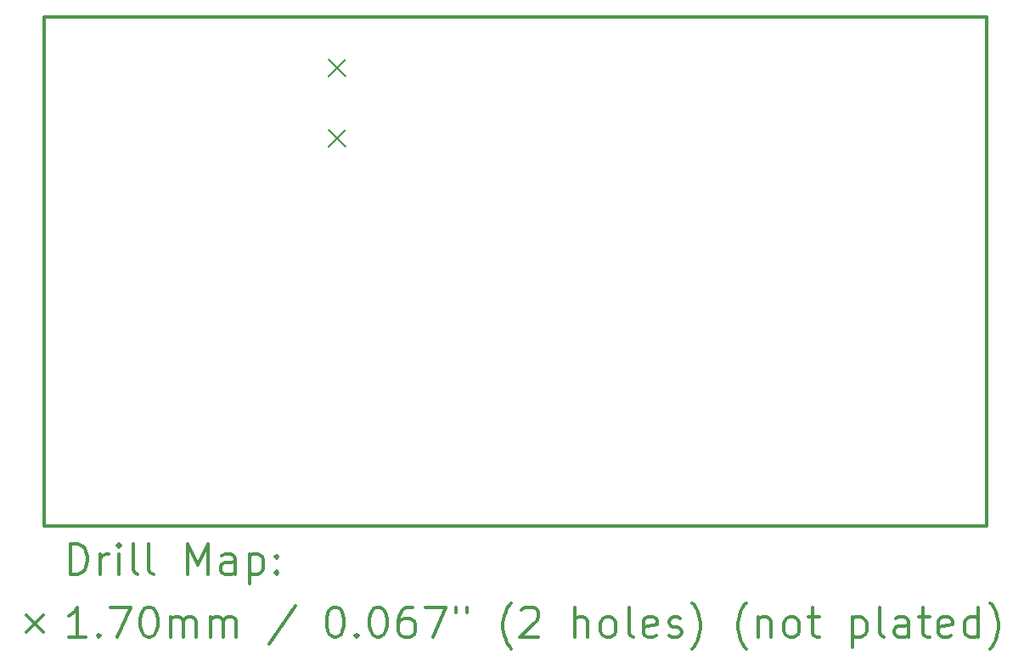
<source format=gbr>
%FSLAX45Y45*%
G04 Gerber Fmt 4.5, Leading zero omitted, Abs format (unit mm)*
G04 Created by KiCad (PCBNEW 4.0.5+dfsg1-4) date Thu May  4 12:42:08 2017*
%MOMM*%
%LPD*%
G01*
G04 APERTURE LIST*
%ADD10C,0.127000*%
%ADD11C,0.300000*%
%ADD12C,0.200000*%
G04 APERTURE END LIST*
D10*
D11*
X9410000Y-6142000D02*
X9410000Y-11222000D01*
X18808000Y-6142000D02*
X9410000Y-6142000D01*
X18808000Y-11222000D02*
X18808000Y-6142000D01*
X9410000Y-11222000D02*
X18808000Y-11222000D01*
D12*
X12246000Y-6569000D02*
X12416000Y-6739000D01*
X12416000Y-6569000D02*
X12246000Y-6739000D01*
X12246000Y-7269000D02*
X12416000Y-7439000D01*
X12416000Y-7269000D02*
X12246000Y-7439000D01*
D11*
X9666429Y-11702714D02*
X9666429Y-11402714D01*
X9737857Y-11402714D01*
X9780714Y-11417000D01*
X9809286Y-11445571D01*
X9823571Y-11474143D01*
X9837857Y-11531286D01*
X9837857Y-11574143D01*
X9823571Y-11631286D01*
X9809286Y-11659857D01*
X9780714Y-11688429D01*
X9737857Y-11702714D01*
X9666429Y-11702714D01*
X9966429Y-11702714D02*
X9966429Y-11502714D01*
X9966429Y-11559857D02*
X9980714Y-11531286D01*
X9995000Y-11517000D01*
X10023571Y-11502714D01*
X10052143Y-11502714D01*
X10152143Y-11702714D02*
X10152143Y-11502714D01*
X10152143Y-11402714D02*
X10137857Y-11417000D01*
X10152143Y-11431286D01*
X10166429Y-11417000D01*
X10152143Y-11402714D01*
X10152143Y-11431286D01*
X10337857Y-11702714D02*
X10309286Y-11688429D01*
X10295000Y-11659857D01*
X10295000Y-11402714D01*
X10495000Y-11702714D02*
X10466429Y-11688429D01*
X10452143Y-11659857D01*
X10452143Y-11402714D01*
X10837857Y-11702714D02*
X10837857Y-11402714D01*
X10937857Y-11617000D01*
X11037857Y-11402714D01*
X11037857Y-11702714D01*
X11309286Y-11702714D02*
X11309286Y-11545571D01*
X11295000Y-11517000D01*
X11266428Y-11502714D01*
X11209286Y-11502714D01*
X11180714Y-11517000D01*
X11309286Y-11688429D02*
X11280714Y-11702714D01*
X11209286Y-11702714D01*
X11180714Y-11688429D01*
X11166429Y-11659857D01*
X11166429Y-11631286D01*
X11180714Y-11602714D01*
X11209286Y-11588429D01*
X11280714Y-11588429D01*
X11309286Y-11574143D01*
X11452143Y-11502714D02*
X11452143Y-11802714D01*
X11452143Y-11517000D02*
X11480714Y-11502714D01*
X11537857Y-11502714D01*
X11566428Y-11517000D01*
X11580714Y-11531286D01*
X11595000Y-11559857D01*
X11595000Y-11645571D01*
X11580714Y-11674143D01*
X11566428Y-11688429D01*
X11537857Y-11702714D01*
X11480714Y-11702714D01*
X11452143Y-11688429D01*
X11723571Y-11674143D02*
X11737857Y-11688429D01*
X11723571Y-11702714D01*
X11709286Y-11688429D01*
X11723571Y-11674143D01*
X11723571Y-11702714D01*
X11723571Y-11517000D02*
X11737857Y-11531286D01*
X11723571Y-11545571D01*
X11709286Y-11531286D01*
X11723571Y-11517000D01*
X11723571Y-11545571D01*
X9225000Y-12112000D02*
X9395000Y-12282000D01*
X9395000Y-12112000D02*
X9225000Y-12282000D01*
X9823571Y-12332714D02*
X9652143Y-12332714D01*
X9737857Y-12332714D02*
X9737857Y-12032714D01*
X9709286Y-12075571D01*
X9680714Y-12104143D01*
X9652143Y-12118429D01*
X9952143Y-12304143D02*
X9966429Y-12318429D01*
X9952143Y-12332714D01*
X9937857Y-12318429D01*
X9952143Y-12304143D01*
X9952143Y-12332714D01*
X10066428Y-12032714D02*
X10266428Y-12032714D01*
X10137857Y-12332714D01*
X10437857Y-12032714D02*
X10466429Y-12032714D01*
X10495000Y-12047000D01*
X10509286Y-12061286D01*
X10523571Y-12089857D01*
X10537857Y-12147000D01*
X10537857Y-12218429D01*
X10523571Y-12275571D01*
X10509286Y-12304143D01*
X10495000Y-12318429D01*
X10466429Y-12332714D01*
X10437857Y-12332714D01*
X10409286Y-12318429D01*
X10395000Y-12304143D01*
X10380714Y-12275571D01*
X10366429Y-12218429D01*
X10366429Y-12147000D01*
X10380714Y-12089857D01*
X10395000Y-12061286D01*
X10409286Y-12047000D01*
X10437857Y-12032714D01*
X10666429Y-12332714D02*
X10666429Y-12132714D01*
X10666429Y-12161286D02*
X10680714Y-12147000D01*
X10709286Y-12132714D01*
X10752143Y-12132714D01*
X10780714Y-12147000D01*
X10795000Y-12175571D01*
X10795000Y-12332714D01*
X10795000Y-12175571D02*
X10809286Y-12147000D01*
X10837857Y-12132714D01*
X10880714Y-12132714D01*
X10909286Y-12147000D01*
X10923571Y-12175571D01*
X10923571Y-12332714D01*
X11066429Y-12332714D02*
X11066429Y-12132714D01*
X11066429Y-12161286D02*
X11080714Y-12147000D01*
X11109286Y-12132714D01*
X11152143Y-12132714D01*
X11180714Y-12147000D01*
X11195000Y-12175571D01*
X11195000Y-12332714D01*
X11195000Y-12175571D02*
X11209286Y-12147000D01*
X11237857Y-12132714D01*
X11280714Y-12132714D01*
X11309286Y-12147000D01*
X11323571Y-12175571D01*
X11323571Y-12332714D01*
X11909286Y-12018429D02*
X11652143Y-12404143D01*
X12295000Y-12032714D02*
X12323571Y-12032714D01*
X12352143Y-12047000D01*
X12366428Y-12061286D01*
X12380714Y-12089857D01*
X12395000Y-12147000D01*
X12395000Y-12218429D01*
X12380714Y-12275571D01*
X12366428Y-12304143D01*
X12352143Y-12318429D01*
X12323571Y-12332714D01*
X12295000Y-12332714D01*
X12266428Y-12318429D01*
X12252143Y-12304143D01*
X12237857Y-12275571D01*
X12223571Y-12218429D01*
X12223571Y-12147000D01*
X12237857Y-12089857D01*
X12252143Y-12061286D01*
X12266428Y-12047000D01*
X12295000Y-12032714D01*
X12523571Y-12304143D02*
X12537857Y-12318429D01*
X12523571Y-12332714D01*
X12509286Y-12318429D01*
X12523571Y-12304143D01*
X12523571Y-12332714D01*
X12723571Y-12032714D02*
X12752143Y-12032714D01*
X12780714Y-12047000D01*
X12795000Y-12061286D01*
X12809285Y-12089857D01*
X12823571Y-12147000D01*
X12823571Y-12218429D01*
X12809285Y-12275571D01*
X12795000Y-12304143D01*
X12780714Y-12318429D01*
X12752143Y-12332714D01*
X12723571Y-12332714D01*
X12695000Y-12318429D01*
X12680714Y-12304143D01*
X12666428Y-12275571D01*
X12652143Y-12218429D01*
X12652143Y-12147000D01*
X12666428Y-12089857D01*
X12680714Y-12061286D01*
X12695000Y-12047000D01*
X12723571Y-12032714D01*
X13080714Y-12032714D02*
X13023571Y-12032714D01*
X12995000Y-12047000D01*
X12980714Y-12061286D01*
X12952143Y-12104143D01*
X12937857Y-12161286D01*
X12937857Y-12275571D01*
X12952143Y-12304143D01*
X12966428Y-12318429D01*
X12995000Y-12332714D01*
X13052143Y-12332714D01*
X13080714Y-12318429D01*
X13095000Y-12304143D01*
X13109285Y-12275571D01*
X13109285Y-12204143D01*
X13095000Y-12175571D01*
X13080714Y-12161286D01*
X13052143Y-12147000D01*
X12995000Y-12147000D01*
X12966428Y-12161286D01*
X12952143Y-12175571D01*
X12937857Y-12204143D01*
X13209285Y-12032714D02*
X13409285Y-12032714D01*
X13280714Y-12332714D01*
X13509286Y-12032714D02*
X13509286Y-12089857D01*
X13623571Y-12032714D02*
X13623571Y-12089857D01*
X14066428Y-12447000D02*
X14052143Y-12432714D01*
X14023571Y-12389857D01*
X14009285Y-12361286D01*
X13995000Y-12318429D01*
X13980714Y-12247000D01*
X13980714Y-12189857D01*
X13995000Y-12118429D01*
X14009285Y-12075571D01*
X14023571Y-12047000D01*
X14052143Y-12004143D01*
X14066428Y-11989857D01*
X14166428Y-12061286D02*
X14180714Y-12047000D01*
X14209285Y-12032714D01*
X14280714Y-12032714D01*
X14309285Y-12047000D01*
X14323571Y-12061286D01*
X14337857Y-12089857D01*
X14337857Y-12118429D01*
X14323571Y-12161286D01*
X14152143Y-12332714D01*
X14337857Y-12332714D01*
X14695000Y-12332714D02*
X14695000Y-12032714D01*
X14823571Y-12332714D02*
X14823571Y-12175571D01*
X14809285Y-12147000D01*
X14780714Y-12132714D01*
X14737857Y-12132714D01*
X14709285Y-12147000D01*
X14695000Y-12161286D01*
X15009285Y-12332714D02*
X14980714Y-12318429D01*
X14966428Y-12304143D01*
X14952143Y-12275571D01*
X14952143Y-12189857D01*
X14966428Y-12161286D01*
X14980714Y-12147000D01*
X15009285Y-12132714D01*
X15052143Y-12132714D01*
X15080714Y-12147000D01*
X15095000Y-12161286D01*
X15109285Y-12189857D01*
X15109285Y-12275571D01*
X15095000Y-12304143D01*
X15080714Y-12318429D01*
X15052143Y-12332714D01*
X15009285Y-12332714D01*
X15280714Y-12332714D02*
X15252143Y-12318429D01*
X15237857Y-12289857D01*
X15237857Y-12032714D01*
X15509286Y-12318429D02*
X15480714Y-12332714D01*
X15423571Y-12332714D01*
X15395000Y-12318429D01*
X15380714Y-12289857D01*
X15380714Y-12175571D01*
X15395000Y-12147000D01*
X15423571Y-12132714D01*
X15480714Y-12132714D01*
X15509286Y-12147000D01*
X15523571Y-12175571D01*
X15523571Y-12204143D01*
X15380714Y-12232714D01*
X15637857Y-12318429D02*
X15666428Y-12332714D01*
X15723571Y-12332714D01*
X15752143Y-12318429D01*
X15766428Y-12289857D01*
X15766428Y-12275571D01*
X15752143Y-12247000D01*
X15723571Y-12232714D01*
X15680714Y-12232714D01*
X15652143Y-12218429D01*
X15637857Y-12189857D01*
X15637857Y-12175571D01*
X15652143Y-12147000D01*
X15680714Y-12132714D01*
X15723571Y-12132714D01*
X15752143Y-12147000D01*
X15866428Y-12447000D02*
X15880714Y-12432714D01*
X15909286Y-12389857D01*
X15923571Y-12361286D01*
X15937857Y-12318429D01*
X15952143Y-12247000D01*
X15952143Y-12189857D01*
X15937857Y-12118429D01*
X15923571Y-12075571D01*
X15909286Y-12047000D01*
X15880714Y-12004143D01*
X15866428Y-11989857D01*
X16409286Y-12447000D02*
X16395000Y-12432714D01*
X16366428Y-12389857D01*
X16352143Y-12361286D01*
X16337857Y-12318429D01*
X16323571Y-12247000D01*
X16323571Y-12189857D01*
X16337857Y-12118429D01*
X16352143Y-12075571D01*
X16366428Y-12047000D01*
X16395000Y-12004143D01*
X16409286Y-11989857D01*
X16523571Y-12132714D02*
X16523571Y-12332714D01*
X16523571Y-12161286D02*
X16537857Y-12147000D01*
X16566428Y-12132714D01*
X16609286Y-12132714D01*
X16637857Y-12147000D01*
X16652143Y-12175571D01*
X16652143Y-12332714D01*
X16837857Y-12332714D02*
X16809286Y-12318429D01*
X16795000Y-12304143D01*
X16780714Y-12275571D01*
X16780714Y-12189857D01*
X16795000Y-12161286D01*
X16809286Y-12147000D01*
X16837857Y-12132714D01*
X16880714Y-12132714D01*
X16909286Y-12147000D01*
X16923571Y-12161286D01*
X16937857Y-12189857D01*
X16937857Y-12275571D01*
X16923571Y-12304143D01*
X16909286Y-12318429D01*
X16880714Y-12332714D01*
X16837857Y-12332714D01*
X17023571Y-12132714D02*
X17137857Y-12132714D01*
X17066429Y-12032714D02*
X17066429Y-12289857D01*
X17080714Y-12318429D01*
X17109286Y-12332714D01*
X17137857Y-12332714D01*
X17466429Y-12132714D02*
X17466429Y-12432714D01*
X17466429Y-12147000D02*
X17495000Y-12132714D01*
X17552143Y-12132714D01*
X17580714Y-12147000D01*
X17595000Y-12161286D01*
X17609286Y-12189857D01*
X17609286Y-12275571D01*
X17595000Y-12304143D01*
X17580714Y-12318429D01*
X17552143Y-12332714D01*
X17495000Y-12332714D01*
X17466429Y-12318429D01*
X17780714Y-12332714D02*
X17752143Y-12318429D01*
X17737857Y-12289857D01*
X17737857Y-12032714D01*
X18023571Y-12332714D02*
X18023571Y-12175571D01*
X18009286Y-12147000D01*
X17980714Y-12132714D01*
X17923571Y-12132714D01*
X17895000Y-12147000D01*
X18023571Y-12318429D02*
X17995000Y-12332714D01*
X17923571Y-12332714D01*
X17895000Y-12318429D01*
X17880714Y-12289857D01*
X17880714Y-12261286D01*
X17895000Y-12232714D01*
X17923571Y-12218429D01*
X17995000Y-12218429D01*
X18023571Y-12204143D01*
X18123571Y-12132714D02*
X18237857Y-12132714D01*
X18166429Y-12032714D02*
X18166429Y-12289857D01*
X18180714Y-12318429D01*
X18209286Y-12332714D01*
X18237857Y-12332714D01*
X18452143Y-12318429D02*
X18423572Y-12332714D01*
X18366429Y-12332714D01*
X18337857Y-12318429D01*
X18323572Y-12289857D01*
X18323572Y-12175571D01*
X18337857Y-12147000D01*
X18366429Y-12132714D01*
X18423572Y-12132714D01*
X18452143Y-12147000D01*
X18466429Y-12175571D01*
X18466429Y-12204143D01*
X18323572Y-12232714D01*
X18723572Y-12332714D02*
X18723572Y-12032714D01*
X18723572Y-12318429D02*
X18695000Y-12332714D01*
X18637857Y-12332714D01*
X18609286Y-12318429D01*
X18595000Y-12304143D01*
X18580714Y-12275571D01*
X18580714Y-12189857D01*
X18595000Y-12161286D01*
X18609286Y-12147000D01*
X18637857Y-12132714D01*
X18695000Y-12132714D01*
X18723572Y-12147000D01*
X18837857Y-12447000D02*
X18852143Y-12432714D01*
X18880714Y-12389857D01*
X18895000Y-12361286D01*
X18909286Y-12318429D01*
X18923572Y-12247000D01*
X18923572Y-12189857D01*
X18909286Y-12118429D01*
X18895000Y-12075571D01*
X18880714Y-12047000D01*
X18852143Y-12004143D01*
X18837857Y-11989857D01*
M02*

</source>
